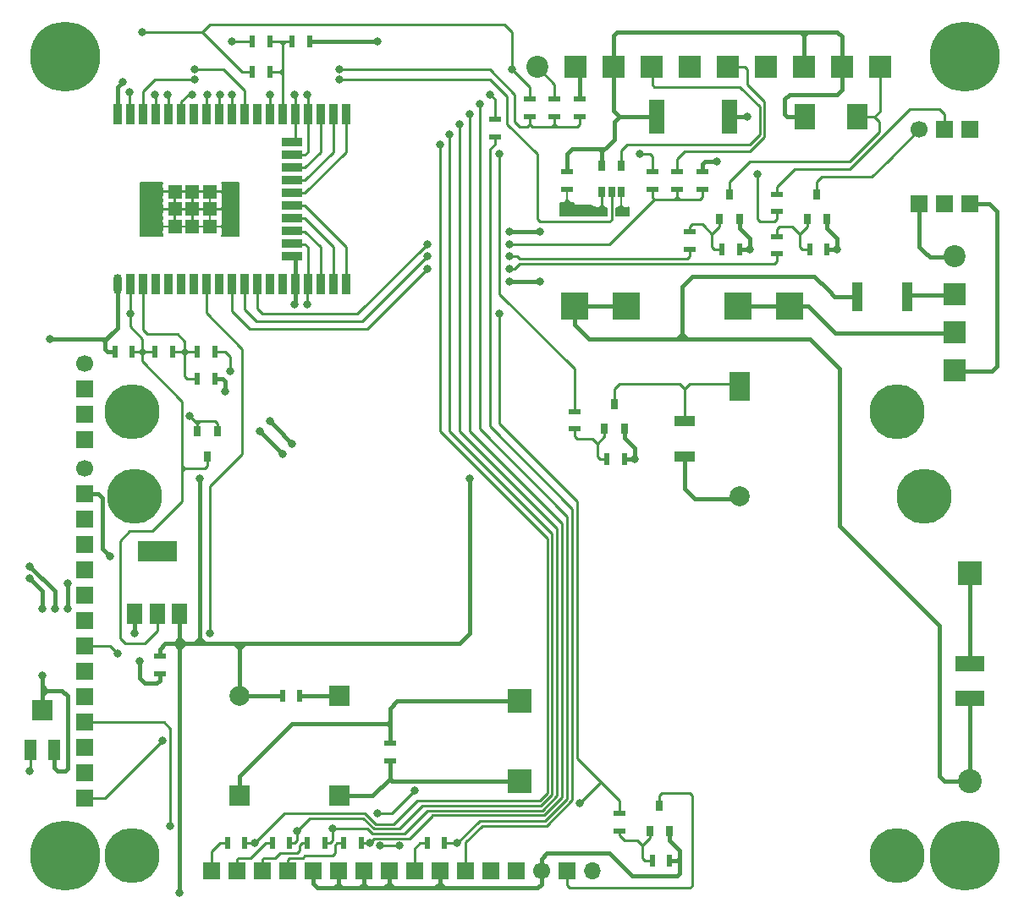
<source format=gbr>
G04 #@! TF.GenerationSoftware,KiCad,Pcbnew,(5.1.2-1)-1*
G04 #@! TF.CreationDate,2021-05-08T22:39:51+03:00*
G04 #@! TF.ProjectId,UAK_3,55414b5f-332e-46b6-9963-61645f706362,rev?*
G04 #@! TF.SameCoordinates,Original*
G04 #@! TF.FileFunction,Copper,L1,Top*
G04 #@! TF.FilePolarity,Positive*
%FSLAX46Y46*%
G04 Gerber Fmt 4.6, Leading zero omitted, Abs format (unit mm)*
G04 Created by KiCad (PCBNEW (5.1.2-1)-1) date 2021-05-08 22:39:51*
%MOMM*%
%LPD*%
G04 APERTURE LIST*
%ADD10R,2.000000X1.000000*%
%ADD11R,0.800000X1.000000*%
%ADD12R,2.000000X2.500000*%
%ADD13R,1.300000X2.000000*%
%ADD14R,2.000000X2.000000*%
%ADD15R,1.000000X3.000000*%
%ADD16R,1.500000X2.000000*%
%ADD17R,4.000000X2.000000*%
%ADD18R,0.700000X1.100000*%
%ADD19R,3.000000X1.500000*%
%ADD20R,0.500000X1.250000*%
%ADD21R,1.250000X0.500000*%
%ADD22R,1.500000X3.500000*%
%ADD23O,0.900000X2.000000*%
%ADD24R,0.900000X2.000000*%
%ADD25R,1.350000X1.350000*%
%ADD26R,2.000000X0.900000*%
%ADD27R,2.200000X2.200000*%
%ADD28C,2.200000*%
%ADD29R,2.000000X3.000000*%
%ADD30C,2.000000*%
%ADD31R,1.700000X1.700000*%
%ADD32C,1.700000*%
%ADD33C,5.500000*%
%ADD34O,1.700000X1.700000*%
%ADD35R,2.800000X2.800000*%
%ADD36R,2.400000X2.400000*%
%ADD37C,2.400000*%
%ADD38C,7.000000*%
%ADD39C,0.800000*%
%ADD40C,0.250000*%
%ADD41C,0.450000*%
%ADD42C,0.200000*%
G04 APERTURE END LIST*
D10*
X67000000Y45000000D03*
X67000000Y48500000D03*
D11*
X59000000Y47750000D03*
X61000000Y47750000D03*
X60000000Y50250000D03*
X70500000Y68750000D03*
X72500000Y68750000D03*
X71500000Y71250000D03*
X63500000Y7500000D03*
X65500000Y7500000D03*
X64500000Y10000000D03*
X79250000Y68750000D03*
X81250000Y68750000D03*
X80250000Y71250000D03*
X20250000Y47500000D03*
X18250000Y47500000D03*
X19250000Y45000000D03*
D12*
X84250000Y79000000D03*
X79000000Y79000000D03*
D13*
X3900000Y15600000D03*
X1600000Y15600000D03*
D14*
X2750000Y19600000D03*
D15*
X89250000Y61000000D03*
X84250000Y61000000D03*
D16*
X16500000Y29250000D03*
X12000000Y29250000D03*
X14250000Y29250000D03*
D17*
X14250000Y35500000D03*
D18*
X58750000Y71500000D03*
X59700000Y71500000D03*
X60650000Y71500000D03*
X60650000Y74100000D03*
X58750000Y74100000D03*
D19*
X95500000Y20750000D03*
X95500000Y24250000D03*
D20*
X28500000Y21000000D03*
X26750000Y21000000D03*
X10000000Y55500000D03*
X11750000Y55500000D03*
D21*
X37500000Y14500000D03*
X37500000Y16250000D03*
X14500000Y23250000D03*
X14500000Y25000000D03*
X68750000Y71750000D03*
X68750000Y73500000D03*
X56500000Y79000000D03*
X56500000Y80750000D03*
D20*
X29500000Y86500000D03*
X27750000Y86500000D03*
X20000000Y52750000D03*
X18250000Y52750000D03*
D21*
X55250000Y71750000D03*
X55250000Y73500000D03*
D22*
X64250000Y79000000D03*
X71500000Y79000000D03*
D23*
X10250000Y62250000D03*
D24*
X10250000Y79250000D03*
X11520000Y62250000D03*
X11520000Y79250000D03*
X12790000Y62250000D03*
X12790000Y79250000D03*
X14060000Y62250000D03*
X14060000Y79250000D03*
X15330000Y62250000D03*
X15330000Y79250000D03*
X16600000Y62250000D03*
X16600000Y79250000D03*
X17870000Y62250000D03*
X17870000Y79250000D03*
X19140000Y62250000D03*
X19140000Y79250000D03*
X20410000Y62250000D03*
X20410000Y79250000D03*
X21680000Y62250000D03*
X21680000Y79250000D03*
X22950000Y62250000D03*
X22950000Y79250000D03*
X24220000Y62250000D03*
X24220000Y79250000D03*
X25490000Y62250000D03*
X25490000Y79250000D03*
X26760000Y62250000D03*
D25*
X17750000Y69750000D03*
X16000000Y69750000D03*
X19500000Y69750000D03*
X19500000Y71500000D03*
X16000000Y71500000D03*
X17750000Y71500000D03*
X19500000Y68000000D03*
X16000000Y68000000D03*
X17750000Y68000000D03*
D24*
X26760000Y79250000D03*
X28030000Y62250000D03*
X28030000Y79250000D03*
X29300000Y62250000D03*
X29300000Y79250000D03*
X30570000Y62250000D03*
X30570000Y79250000D03*
X31840000Y62250000D03*
X31840000Y79250000D03*
X33110000Y62250000D03*
X33110000Y79250000D03*
D26*
X27750000Y76430000D03*
X27750000Y75160000D03*
X27750000Y73890000D03*
X27750000Y65000000D03*
X27750000Y72620000D03*
X27750000Y71350000D03*
X27750000Y70080000D03*
X27750000Y66270000D03*
X27750000Y68810000D03*
X27750000Y67540000D03*
D20*
X23000000Y6250000D03*
X21250000Y6250000D03*
X27500000Y6250000D03*
X25750000Y6250000D03*
X31000000Y6250000D03*
X29250000Y6250000D03*
D21*
X76250000Y69500000D03*
X76250000Y71250000D03*
D20*
X81250000Y65750000D03*
X79500000Y65750000D03*
D21*
X76250000Y65250000D03*
X76250000Y67000000D03*
D20*
X34625000Y6250000D03*
X32875000Y6250000D03*
X43000000Y6250000D03*
X41250000Y6250000D03*
D21*
X48000000Y78750000D03*
X48000000Y77000000D03*
D20*
X25500000Y86500000D03*
X23750000Y86500000D03*
X18250000Y55500000D03*
X20000000Y55500000D03*
D21*
X66250000Y71750000D03*
X66250000Y73500000D03*
X54000000Y79000000D03*
X54000000Y80750000D03*
D20*
X25500000Y83500000D03*
X23750000Y83500000D03*
D21*
X63750000Y71750000D03*
X63750000Y73500000D03*
X51500000Y79000000D03*
X51500000Y80750000D03*
D20*
X15750000Y55500000D03*
X14000000Y55500000D03*
X61000000Y44750000D03*
X59250000Y44750000D03*
X72500000Y65750000D03*
X70750000Y65750000D03*
X65500000Y4500000D03*
X63750000Y4500000D03*
D21*
X56000000Y49500000D03*
X56000000Y47750000D03*
X67500000Y65750000D03*
X67500000Y67500000D03*
X60500000Y9250000D03*
X60500000Y7500000D03*
D27*
X86540000Y84000000D03*
X82730000Y84000000D03*
X78920000Y84000000D03*
X75110000Y84000000D03*
X71300000Y84000000D03*
X67490000Y84000000D03*
X63680000Y84000000D03*
X59870000Y84000000D03*
X56060000Y84000000D03*
D28*
X52250000Y84000000D03*
D27*
X94000000Y53570000D03*
X94000000Y57380000D03*
X94000000Y61190000D03*
D28*
X94000000Y65000000D03*
D29*
X72500000Y52000000D03*
D30*
X72500000Y41000000D03*
D31*
X7000000Y10730000D03*
X7000000Y13270000D03*
X7000000Y15810000D03*
X7000000Y18350000D03*
X7000000Y20890000D03*
X7000000Y23430000D03*
X7000000Y25970000D03*
X7000000Y28510000D03*
X7000000Y31050000D03*
X7000000Y33590000D03*
X7000000Y36130000D03*
X7000000Y38670000D03*
X7000000Y41210000D03*
D32*
X7000000Y43750000D03*
D33*
X11750000Y49500000D03*
X88250000Y5000000D03*
X11750000Y5000000D03*
X88250000Y49500000D03*
D31*
X7000000Y46630000D03*
X7000000Y49170000D03*
X7000000Y51710000D03*
D32*
X7000000Y54250000D03*
D34*
X57750000Y3500000D03*
D31*
X55210000Y3500000D03*
D32*
X52670000Y3500000D03*
D31*
X50130000Y3500000D03*
X47590000Y3500000D03*
X45050000Y3500000D03*
X42510000Y3500000D03*
X39970000Y3500000D03*
X37430000Y3500000D03*
X34890000Y3500000D03*
X32350000Y3500000D03*
X29810000Y3500000D03*
X27270000Y3500000D03*
X24730000Y3500000D03*
X22190000Y3500000D03*
X19650000Y3500000D03*
D33*
X11950000Y41000000D03*
X90950000Y41000000D03*
D35*
X72300000Y60000000D03*
X77500000Y60000000D03*
X61200000Y60000000D03*
X56000000Y60000000D03*
D36*
X50500000Y20500000D03*
X50500000Y12500000D03*
X95500000Y33300000D03*
D37*
X95500000Y12500000D03*
D32*
X90500000Y77750000D03*
D31*
X93000000Y77750000D03*
X95500000Y77750000D03*
X95500000Y70250000D03*
X93000000Y70250000D03*
X90500000Y70250000D03*
D38*
X5000000Y5000000D03*
X95000000Y85000000D03*
X95000000Y5000000D03*
X5000000Y85000000D03*
D30*
X22500000Y21000000D03*
D14*
X32500000Y21000000D03*
X32500000Y11000000D03*
X22500000Y11000000D03*
D39*
X15250000Y81250000D03*
X14000000Y81250000D03*
X62500000Y75250000D03*
X12750000Y87500000D03*
X11520000Y59270000D03*
X49750000Y83750000D03*
X74250000Y73250000D03*
X21500000Y53500000D03*
X21750000Y86500000D03*
X41250000Y65000000D03*
X49500000Y65000000D03*
X18000000Y83750000D03*
X32500000Y83750000D03*
X17750000Y81250000D03*
X48500000Y75250000D03*
X42500000Y76250000D03*
X19250000Y81250000D03*
X24000000Y6250000D03*
X44500000Y78250000D03*
X21750000Y81250000D03*
X31750000Y7750000D03*
X46500000Y80250000D03*
X28000000Y81250000D03*
X15500000Y8000000D03*
X44250000Y6250000D03*
X47500000Y81250000D03*
X29250000Y81250000D03*
X45500000Y79250000D03*
X25500000Y81250000D03*
X35500000Y6250000D03*
X43500000Y77250000D03*
X20500000Y81250000D03*
X28250000Y7500000D03*
X48500000Y59250000D03*
X29250000Y60250000D03*
X10250000Y25250000D03*
X36250000Y9250000D03*
X40000000Y11500000D03*
X56500000Y10250000D03*
X18500000Y42750000D03*
X16500000Y1250000D03*
X45500000Y42750000D03*
X41250000Y66250000D03*
X49500000Y66250000D03*
X18000000Y82750000D03*
X32500000Y82750000D03*
X41250000Y63750000D03*
X49500000Y63750000D03*
X62000000Y44750000D03*
X73500000Y65750000D03*
X2750000Y23000000D03*
X12000000Y27250000D03*
X13000000Y72000000D03*
X13000000Y67500000D03*
X13000000Y69750000D03*
X22000000Y72000000D03*
X22000000Y69750000D03*
X22000000Y67500000D03*
X28000000Y60250000D03*
X21000000Y51500000D03*
X36250000Y86500000D03*
X82250000Y65750000D03*
X55250000Y69500000D03*
X60750000Y69500000D03*
X10750000Y82500000D03*
X73250000Y79000000D03*
X12500000Y24500000D03*
X3500000Y56750000D03*
X9500000Y35000000D03*
X1500000Y32750000D03*
X1500000Y34000000D03*
X4000000Y29750000D03*
X2750000Y29750000D03*
X5250000Y29750000D03*
X5250000Y32250000D03*
X25500000Y48500000D03*
X24500000Y47500000D03*
X49500000Y67500000D03*
X49500000Y62500000D03*
X52500000Y62500000D03*
X52500000Y67500000D03*
X70250000Y74500000D03*
X27750000Y46250000D03*
X26750000Y45250000D03*
X11500000Y81500000D03*
X19500000Y27250000D03*
X14750000Y16500000D03*
X36500000Y6000000D03*
X38500000Y6000000D03*
X1500000Y13500000D03*
X17500000Y49000000D03*
D40*
X30570000Y62250000D02*
X30570000Y65930000D01*
X30570000Y65930000D02*
X29000000Y67500000D01*
X29000000Y67500000D02*
X27750000Y67500000D01*
X31840000Y65970000D02*
X31840000Y64840000D01*
X29000000Y68810000D02*
X31840000Y65970000D01*
X27750000Y68810000D02*
X29000000Y68810000D01*
X31840000Y64840000D02*
X31840000Y65910000D01*
X31840000Y62250000D02*
X31840000Y64840000D01*
X27750000Y70080000D02*
X29000000Y70080000D01*
X29000000Y70080000D02*
X33110000Y65970000D01*
X33110000Y65970000D02*
X33110000Y65890000D01*
X33110000Y62250000D02*
X33110000Y65890000D01*
X29000000Y71350000D02*
X33110000Y75460000D01*
X27750000Y71350000D02*
X29000000Y71350000D01*
X33110000Y75460000D02*
X33110000Y76610000D01*
X33110000Y79250000D02*
X33110000Y76610000D01*
X31840000Y75460000D02*
X31840000Y76160000D01*
X27750000Y72620000D02*
X29000000Y72620000D01*
X29000000Y72620000D02*
X31840000Y75460000D01*
X31840000Y79250000D02*
X31840000Y76160000D01*
X29000000Y73890000D02*
X30570000Y75460000D01*
X27750000Y73890000D02*
X29000000Y73890000D01*
X30570000Y75460000D02*
X30570000Y76430000D01*
X30570000Y79250000D02*
X30570000Y76430000D01*
D41*
X95500000Y31650000D02*
X95500000Y24250000D01*
X95500000Y33300000D02*
X95500000Y31650000D01*
X98250000Y61250000D02*
X98250000Y69500000D01*
X98250000Y62000000D02*
X98250000Y61250000D01*
X97500000Y70250000D02*
X95500000Y70250000D01*
X98250000Y69500000D02*
X97500000Y70250000D01*
X97750000Y53500000D02*
X98250000Y54000000D01*
X94500000Y53500000D02*
X97750000Y53500000D01*
X98250000Y61250000D02*
X98250000Y54000000D01*
X74150000Y60000000D02*
X77500000Y60000000D01*
X72300000Y60000000D02*
X74150000Y60000000D01*
X77500000Y60000000D02*
X79350000Y60000000D01*
X94500000Y57310000D02*
X82040000Y57310000D01*
X82040000Y57310000D02*
X81550000Y57800000D01*
X79350000Y60000000D02*
X81550000Y57800000D01*
D40*
X26500000Y86500000D02*
X25750000Y86500000D01*
X26760000Y86240000D02*
X26500000Y86500000D01*
X27020000Y86500000D02*
X26760000Y86240000D01*
X27750000Y86500000D02*
X27020000Y86500000D01*
X26500000Y86500000D02*
X27020000Y86500000D01*
X26520000Y83500000D02*
X26760000Y83740000D01*
X25500000Y83500000D02*
X26520000Y83500000D01*
X26760000Y83740000D02*
X26760000Y86240000D01*
X26760000Y83260000D02*
X26520000Y83500000D01*
X26760000Y83240000D02*
X26760000Y83260000D01*
X26760000Y83240000D02*
X26760000Y83740000D01*
X26760000Y79250000D02*
X26760000Y83240000D01*
X15330000Y81170000D02*
X15250000Y81250000D01*
X15330000Y79250000D02*
X15330000Y81170000D01*
X14060000Y81190000D02*
X14000000Y81250000D01*
X14060000Y79250000D02*
X14060000Y81190000D01*
X12790000Y62250000D02*
X12790000Y57710000D01*
X12790000Y57710000D02*
X13250000Y57250000D01*
X13250000Y57250000D02*
X16250000Y57250000D01*
X16250000Y57250000D02*
X17000000Y56500000D01*
X17000000Y55750000D02*
X16750000Y55500000D01*
X17000000Y56500000D02*
X17000000Y55750000D01*
X15750000Y55500000D02*
X16750000Y55500000D01*
X17250000Y55500000D02*
X17000000Y55750000D01*
X17250000Y55500000D02*
X18250000Y55500000D01*
X17000000Y55500000D02*
X17250000Y55500000D01*
X16750000Y55500000D02*
X17000000Y55500000D01*
X17250000Y52750000D02*
X18250000Y52750000D01*
X17000000Y53000000D02*
X17250000Y52750000D01*
X17000000Y55250000D02*
X16750000Y55500000D01*
X17000000Y55000000D02*
X17000000Y55250000D01*
X17000000Y55000000D02*
X17000000Y53000000D01*
X17000000Y55500000D02*
X17000000Y55000000D01*
X17000000Y55250000D02*
X17250000Y55500000D01*
X12750000Y55750000D02*
X12500000Y55500000D01*
X12500000Y55500000D02*
X11750000Y55500000D01*
X12500000Y55500000D02*
X12750000Y55250000D01*
X13000000Y55500000D02*
X12750000Y55750000D01*
X14000000Y55500000D02*
X13000000Y55500000D01*
X12750000Y55500000D02*
X12875000Y55375000D01*
X12750000Y55750000D02*
X12750000Y55500000D01*
X12750000Y55250000D02*
X12875000Y55375000D01*
X12875000Y55375000D02*
X13000000Y55500000D01*
X23750000Y83500000D02*
X22750000Y83500000D01*
X22750000Y83500000D02*
X18750000Y87500000D01*
X18750000Y87500000D02*
X19500000Y88250000D01*
X16750000Y42250000D02*
X16750000Y42500000D01*
X12750000Y54500000D02*
X12750000Y55250000D01*
X16750000Y50500000D02*
X12750000Y54500000D01*
X19250000Y45000000D02*
X19250000Y44000000D01*
X19250000Y44000000D02*
X19000000Y43750000D01*
X17000000Y43750000D02*
X16750000Y44000000D01*
X19000000Y43750000D02*
X17000000Y43750000D01*
X16750000Y44000000D02*
X16750000Y50500000D01*
X16750000Y43500000D02*
X17000000Y43750000D01*
X16750000Y43250000D02*
X16750000Y43500000D01*
X16750000Y43250000D02*
X16750000Y44000000D01*
X16750000Y42250000D02*
X16750000Y43250000D01*
X13750000Y37500000D02*
X16750000Y40500000D01*
X11500000Y37500000D02*
X13750000Y37500000D01*
X16750000Y40500000D02*
X16750000Y42250000D01*
X14250000Y27500000D02*
X13000000Y26250000D01*
X14250000Y29250000D02*
X14250000Y27500000D01*
X13000000Y26250000D02*
X11000000Y26250000D01*
X11000000Y26250000D02*
X10500000Y26750000D01*
X10500000Y26750000D02*
X10500000Y36500000D01*
X10500000Y36500000D02*
X11500000Y37500000D01*
X13250000Y87500000D02*
X18750000Y87500000D01*
X12750000Y87500000D02*
X13250000Y87500000D01*
X11520000Y62250000D02*
X11520000Y59270000D01*
X12750000Y56750000D02*
X12750000Y55750000D01*
X11520000Y57980000D02*
X12750000Y56750000D01*
X11520000Y59270000D02*
X11520000Y57980000D01*
X63500000Y75250000D02*
X62500000Y75250000D01*
X63750000Y73500000D02*
X63750000Y75000000D01*
X63750000Y75000000D02*
X63500000Y75250000D01*
X51500000Y82000000D02*
X49750000Y83750000D01*
X51500000Y80750000D02*
X51500000Y82000000D01*
X49750000Y87500000D02*
X49000000Y88250000D01*
X49750000Y83750000D02*
X49750000Y87500000D01*
X19500000Y88250000D02*
X49000000Y88250000D01*
X76000000Y68500000D02*
X76250000Y68750000D01*
X74250000Y68750000D02*
X74500000Y68500000D01*
X76250000Y68750000D02*
X76250000Y69500000D01*
X74500000Y68500000D02*
X76000000Y68500000D01*
X74250000Y73250000D02*
X74250000Y68750000D01*
X20000000Y55500000D02*
X21000000Y55500000D01*
X21500000Y55000000D02*
X21500000Y53500000D01*
X21000000Y55500000D02*
X21500000Y55000000D01*
X23750000Y86500000D02*
X21750000Y86500000D01*
X22950000Y59700000D02*
X22950000Y62250000D01*
X24150000Y58500000D02*
X22950000Y59700000D01*
X34750000Y58500000D02*
X24150000Y58500000D01*
X41250000Y65000000D02*
X34750000Y58500000D01*
X67250000Y64750000D02*
X50500000Y64750000D01*
X67500000Y65000000D02*
X67250000Y64750000D01*
X67500000Y65750000D02*
X67500000Y65000000D01*
X50500000Y64750000D02*
X50250000Y65000000D01*
X49500000Y65000000D02*
X50250000Y65000000D01*
X51500000Y79000000D02*
X51500000Y78250000D01*
X51500000Y78250000D02*
X51750000Y78000000D01*
X54000000Y78250000D02*
X54000000Y79000000D01*
X53750000Y78000000D02*
X54000000Y78250000D01*
X56500000Y78250000D02*
X56500000Y79000000D01*
X56250000Y78000000D02*
X56500000Y78250000D01*
X54000000Y78250000D02*
X54250000Y78000000D01*
X54250000Y78000000D02*
X56250000Y78000000D01*
X53500000Y78000000D02*
X54250000Y78000000D01*
X53500000Y78000000D02*
X53750000Y78000000D01*
X51750000Y78000000D02*
X53500000Y78000000D01*
X51250000Y78000000D02*
X51500000Y78250000D01*
X50750000Y78000000D02*
X50500000Y78000000D01*
X50750000Y78000000D02*
X51250000Y78000000D01*
X50500000Y78000000D02*
X50000000Y78500000D01*
X18565685Y83750000D02*
X18000000Y83750000D01*
X20850000Y83750000D02*
X18565685Y83750000D01*
X22950000Y81650000D02*
X20850000Y83750000D01*
X22950000Y79250000D02*
X22950000Y81650000D01*
X50000000Y78500000D02*
X50000000Y80000000D01*
X50000000Y80000000D02*
X50000000Y80250000D01*
X47500000Y83750000D02*
X47000000Y83750000D01*
X50000000Y80000000D02*
X50000000Y81250000D01*
X50000000Y81250000D02*
X47500000Y83750000D01*
X32500000Y83750000D02*
X47000000Y83750000D01*
X17350000Y81250000D02*
X17750000Y81250000D01*
X16600000Y79250000D02*
X16600000Y80500000D01*
X16600000Y80500000D02*
X17350000Y81250000D01*
X48500000Y61250000D02*
X48500000Y75250000D01*
X56000000Y49500000D02*
X56000000Y53750000D01*
X56000000Y53750000D02*
X48500000Y61250000D01*
X19140000Y79250000D02*
X19140000Y81140000D01*
X19140000Y81140000D02*
X19250000Y81250000D01*
X23000000Y6250000D02*
X24250000Y6250000D01*
X36100010Y8149990D02*
X35000000Y9250000D01*
X37899990Y8149990D02*
X36100010Y8149990D01*
X42500000Y76250000D02*
X42500000Y47500000D01*
X42500000Y47500000D02*
X53250000Y36750000D01*
X53250000Y36750000D02*
X53250000Y11250000D01*
X53250000Y11250000D02*
X52500000Y10500000D01*
X52500000Y10500000D02*
X40250000Y10500000D01*
X40250000Y10500000D02*
X37899990Y8149990D01*
X27000000Y9250000D02*
X24000000Y6250000D01*
X29500000Y9250000D02*
X27000000Y9250000D01*
X29500000Y9250000D02*
X27250000Y9250000D01*
X35000000Y9250000D02*
X29500000Y9250000D01*
X24000000Y6250000D02*
X23000000Y6250000D01*
X21680000Y79250000D02*
X21680000Y81180000D01*
X21680000Y81180000D02*
X21750000Y81250000D01*
X44500000Y47500000D02*
X44500000Y77000000D01*
X54250000Y37750000D02*
X44500000Y47500000D01*
X54250000Y10977180D02*
X54250000Y37750000D01*
X44500000Y77000000D02*
X44500000Y78250000D01*
X35727208Y7249972D02*
X38999972Y7249972D01*
X38999972Y7249972D02*
X41250000Y9500000D01*
X41250000Y9500000D02*
X52772820Y9500000D01*
X52772820Y9500000D02*
X54250000Y10977180D01*
X35477180Y7500000D02*
X35488590Y7488590D01*
X35488590Y7488590D02*
X35727208Y7249972D01*
X31000000Y6250000D02*
X31500000Y6250000D01*
X31500000Y6250000D02*
X31750000Y6500000D01*
X31750000Y6500000D02*
X31750000Y7250000D01*
X31750000Y7750000D02*
X31750000Y7250000D01*
X35227180Y7750000D02*
X35477180Y7500000D01*
X31750000Y7750000D02*
X35227180Y7750000D01*
X28030000Y79250000D02*
X28030000Y76780000D01*
X28030000Y76780000D02*
X27750000Y76500000D01*
X28030000Y79250000D02*
X28030000Y81220000D01*
X28030000Y81220000D02*
X28000000Y81250000D01*
X13350000Y18350000D02*
X7000000Y18350000D01*
X14900000Y18350000D02*
X13350000Y18350000D01*
X15500000Y17750000D02*
X14900000Y18350000D01*
X15500000Y8000000D02*
X15500000Y17750000D01*
X46500000Y78250000D02*
X46500000Y80250000D01*
X46500000Y47750000D02*
X46500000Y78250000D01*
X53045640Y8500000D02*
X55250000Y10704360D01*
X55250000Y10704360D02*
X55250000Y39000000D01*
X55250000Y39000000D02*
X46500000Y47750000D01*
X43000000Y6250000D02*
X44250000Y6250000D01*
X46500000Y8500000D02*
X44250000Y6250000D01*
X49000000Y8500000D02*
X46500000Y8500000D01*
X49000000Y8500000D02*
X53045640Y8500000D01*
X29000000Y75160000D02*
X29300000Y75460000D01*
X29300000Y75800000D02*
X29300000Y75550000D01*
X29300000Y75460000D02*
X29300000Y75800000D01*
X27750000Y75160000D02*
X29000000Y75160000D01*
X29300000Y79250000D02*
X29300000Y75800000D01*
X29300000Y79250000D02*
X29300000Y81200000D01*
X29300000Y81200000D02*
X29250000Y81250000D01*
X48000000Y80750000D02*
X47500000Y81250000D01*
X48000000Y78750000D02*
X48000000Y80750000D01*
X41500000Y8750000D02*
X41750000Y9000000D01*
X25490000Y79250000D02*
X25490000Y81240000D01*
X25490000Y81240000D02*
X25500000Y81250000D01*
X41799991Y9049991D02*
X41500000Y8750000D01*
X52959221Y9049991D02*
X41799991Y9049991D01*
X54750000Y10840770D02*
X52959221Y9049991D01*
X54750000Y38250000D02*
X54750000Y10840770D01*
X45500000Y79250000D02*
X45500000Y47500000D01*
X45500000Y47500000D02*
X54750000Y38250000D01*
X35975001Y6725001D02*
X35500000Y6250000D01*
X37225001Y6725001D02*
X35975001Y6725001D01*
X37225001Y6725001D02*
X36225001Y6725001D01*
X35500000Y6250000D02*
X35000000Y6250000D01*
X34500000Y6250000D02*
X35000000Y6250000D01*
X35000000Y6250000D02*
X35250000Y6250000D01*
X41250000Y8500000D02*
X41500000Y8750000D01*
X37225001Y6725001D02*
X39475001Y6725001D01*
X39475001Y6725001D02*
X41250000Y8500000D01*
X42750000Y10000000D02*
X41000000Y10000000D01*
X20410000Y79250000D02*
X20410000Y81160000D01*
X20410000Y81160000D02*
X20500000Y81250000D01*
X43500000Y76500000D02*
X43500000Y77250000D01*
X43500000Y47500000D02*
X43500000Y76500000D01*
X53750000Y37250000D02*
X43500000Y47500000D01*
X53750000Y11113590D02*
X53750000Y37250000D01*
X42750000Y10000000D02*
X52636410Y10000000D01*
X52636410Y10000000D02*
X53750000Y11113590D01*
X28000000Y6250000D02*
X27500000Y6250000D01*
X28250000Y6500000D02*
X28000000Y6250000D01*
X28250000Y7500000D02*
X28250000Y6500000D01*
X40750000Y10000000D02*
X38449981Y7699981D01*
X42750000Y10000000D02*
X40750000Y10000000D01*
X38449981Y7699981D02*
X35913610Y7699980D01*
X34863590Y8750000D02*
X29500000Y8750000D01*
X35913610Y7699980D02*
X34863590Y8750000D01*
X29500000Y8750000D02*
X28250000Y7500000D01*
X29300000Y62250000D02*
X29300000Y65950000D01*
X29300000Y65950000D02*
X29000000Y66250000D01*
X29000000Y66250000D02*
X27750000Y66250000D01*
X29250000Y62200000D02*
X29300000Y62250000D01*
X29250000Y60250000D02*
X29250000Y62200000D01*
X48500000Y48250000D02*
X48500000Y59250000D01*
X56250000Y40500000D02*
X48500000Y48250000D01*
X60500000Y9250000D02*
X60500000Y10500000D01*
X56250000Y15000000D02*
X56250000Y14750000D01*
X56250000Y15000000D02*
X56250000Y40500000D01*
X7000000Y25970000D02*
X9530000Y25970000D01*
X9530000Y25970000D02*
X10250000Y25250000D01*
X37750000Y9250000D02*
X40000000Y11500000D01*
X58500000Y12250000D02*
X58500000Y12500000D01*
X56500000Y10250000D02*
X58500000Y12250000D01*
X56250000Y14750000D02*
X58500000Y12500000D01*
X58750000Y12250000D02*
X58500000Y12250000D01*
X58750000Y12250000D02*
X60500000Y10500000D01*
X58500000Y12500000D02*
X58750000Y12250000D01*
X36250000Y9250000D02*
X37000000Y9250000D01*
X36500000Y9250000D02*
X37000000Y9250000D01*
X37000000Y9250000D02*
X37750000Y9250000D01*
D41*
X26750000Y21000000D02*
X22500000Y21000000D01*
X64250000Y79000000D02*
X63000000Y79000000D01*
X63000000Y79000000D02*
X62500000Y79000000D01*
X67000000Y45000000D02*
X67000000Y43750000D01*
X67000000Y43750000D02*
X67000000Y44000000D01*
X67000000Y42250000D02*
X67000000Y43750000D01*
X72500000Y40750000D02*
X68000000Y40750000D01*
X68000000Y40750000D02*
X67000000Y41750000D01*
X67000000Y41750000D02*
X67000000Y45000000D01*
X45500000Y27250000D02*
X45500000Y36750000D01*
X16500000Y26750000D02*
X16500000Y29250000D01*
X17000000Y26250000D02*
X16500000Y26750000D01*
X17000000Y26250000D02*
X16500000Y25750000D01*
X14500000Y25700000D02*
X15050000Y26250000D01*
X14500000Y25000000D02*
X14500000Y25700000D01*
X16000000Y26250000D02*
X16500000Y26750000D01*
X16000000Y26250000D02*
X17000000Y26250000D01*
X15050000Y26250000D02*
X16000000Y26250000D01*
X16000000Y26250000D02*
X16500000Y25750000D01*
X18500000Y26750000D02*
X18000000Y26250000D01*
X18000000Y26250000D02*
X17000000Y26250000D01*
X19000000Y26250000D02*
X18500000Y26750000D01*
X19000000Y26250000D02*
X18000000Y26250000D01*
X21750000Y26250000D02*
X19000000Y26250000D01*
X18500000Y32000000D02*
X18500000Y26750000D01*
X18506370Y32006370D02*
X18500000Y32000000D01*
X16500000Y3000000D02*
X16500000Y1250000D01*
X16500000Y3000000D02*
X16500000Y25750000D01*
X18500000Y42000000D02*
X18500000Y42750000D01*
X18500303Y41999697D02*
X18500000Y42000000D01*
X18500303Y41999697D02*
X18506370Y32006370D01*
X18500000Y42500000D02*
X18500303Y41999697D01*
X44500000Y26250000D02*
X45500000Y27250000D01*
X39750000Y26250000D02*
X44500000Y26250000D01*
X39750000Y26250000D02*
X41500000Y26250000D01*
X22500000Y25000000D02*
X22500000Y26000000D01*
X22500000Y25000000D02*
X22500000Y21000000D01*
X23750000Y26250000D02*
X39750000Y26250000D01*
X23250000Y26250000D02*
X23750000Y26250000D01*
X23000000Y26250000D02*
X22250000Y26250000D01*
X23000000Y26250000D02*
X22750000Y26250000D01*
X22500000Y25250000D02*
X22500000Y25750000D01*
X22000000Y26250000D02*
X21750000Y26250000D01*
X22250000Y26250000D02*
X22000000Y26250000D01*
X22500000Y25250000D02*
X22500000Y25000000D01*
X22500000Y25500000D02*
X22500000Y25250000D01*
X23000000Y26250000D02*
X22500000Y25750000D01*
X23750000Y26250000D02*
X23000000Y26250000D01*
X22500000Y25750000D02*
X22000000Y26250000D01*
X56750000Y75750000D02*
X57000000Y75750000D01*
X55250000Y75250000D02*
X55750000Y75750000D01*
X55250000Y73500000D02*
X55250000Y75250000D01*
X55750000Y75750000D02*
X57000000Y75750000D01*
X58750000Y74250000D02*
X58750000Y75500000D01*
X58500000Y75750000D02*
X58750000Y75500000D01*
X57000000Y75750000D02*
X58500000Y75750000D01*
X45500000Y36750000D02*
X45500000Y42750000D01*
X59870000Y84000000D02*
X59870000Y79630000D01*
X59870000Y79630000D02*
X60500000Y79000000D01*
X60500000Y79000000D02*
X64250000Y79000000D01*
X60500000Y79000000D02*
X60000000Y78500000D01*
X60000000Y78500000D02*
X60000000Y76750000D01*
X59125000Y75875000D02*
X60000000Y76750000D01*
X58500000Y75750000D02*
X59000000Y75750000D01*
X59000000Y75750000D02*
X59125000Y75875000D01*
X58750000Y75500000D02*
X59000000Y75750000D01*
X60250000Y87500000D02*
X62250000Y87500000D01*
X59870000Y87120000D02*
X60250000Y87500000D01*
X59870000Y84000000D02*
X59870000Y87120000D01*
X78920000Y86420000D02*
X78920000Y87080000D01*
X78920000Y84000000D02*
X78920000Y86420000D01*
X78920000Y86420000D02*
X78920000Y86920000D01*
X78920000Y86420000D02*
X78920000Y87170000D01*
X78500000Y87500000D02*
X79250000Y87500000D01*
X79250000Y87500000D02*
X78920000Y87170000D01*
X81250000Y87500000D02*
X79250000Y87500000D01*
X78000000Y87500000D02*
X78590000Y87500000D01*
X62250000Y87500000D02*
X78000000Y87500000D01*
X78590000Y87500000D02*
X78920000Y87170000D01*
X78000000Y87500000D02*
X78500000Y87500000D01*
X82730000Y87020000D02*
X82250000Y87500000D01*
X82730000Y84000000D02*
X82730000Y87020000D01*
X81250000Y87500000D02*
X82250000Y87500000D01*
X77000000Y79250000D02*
X77250000Y79000000D01*
X77500000Y81250000D02*
X77000000Y80750000D01*
X77250000Y79000000D02*
X79000000Y79000000D01*
X77000000Y80750000D02*
X77000000Y79250000D01*
X82250000Y81250000D02*
X77500000Y81250000D01*
X82730000Y81730000D02*
X82250000Y81250000D01*
X82730000Y84000000D02*
X82730000Y81730000D01*
D40*
X67000000Y50750000D02*
X67000000Y49250000D01*
X60000000Y50250000D02*
X60000000Y51500000D01*
X67000000Y48500000D02*
X67000000Y49250000D01*
X72500000Y52250000D02*
X67500000Y52250000D01*
X67500000Y52250000D02*
X67000000Y51750000D01*
X67000000Y51750000D02*
X67000000Y48500000D01*
X67000000Y51750000D02*
X66500000Y52250000D01*
X66500000Y52250000D02*
X64750000Y52250000D01*
X64750000Y52250000D02*
X60500000Y52250000D01*
X60500000Y52250000D02*
X60000000Y51750000D01*
X60000000Y51750000D02*
X60000000Y50250000D01*
X54000000Y80750000D02*
X54000000Y82250000D01*
X54000000Y82250000D02*
X52250000Y84000000D01*
X86540000Y84000000D02*
X86540000Y79540000D01*
X86000000Y79000000D02*
X84250000Y79000000D01*
X86540000Y79540000D02*
X86000000Y79000000D01*
X71500000Y72500000D02*
X71500000Y71250000D01*
X73500000Y74500000D02*
X71500000Y72500000D01*
X86000000Y79000000D02*
X86500000Y78500000D01*
X78500000Y74500000D02*
X83500000Y74500000D01*
X78500000Y74500000D02*
X73500000Y74500000D01*
X86500000Y77500000D02*
X86500000Y78500000D01*
X83500000Y74500000D02*
X86500000Y77500000D01*
X65750000Y70750000D02*
X66500000Y70750000D01*
X64000000Y70750000D02*
X65750000Y70750000D01*
X65750000Y70750000D02*
X66000000Y70750000D01*
X68750000Y71000000D02*
X68750000Y71750000D01*
X66250000Y71000000D02*
X66500000Y70750000D01*
X66500000Y70750000D02*
X68500000Y70750000D01*
X68500000Y70750000D02*
X68750000Y71000000D01*
X63750000Y71000000D02*
X64000000Y70750000D01*
X63750000Y71750000D02*
X63750000Y71000000D01*
X66000000Y70750000D02*
X66250000Y71000000D01*
X66250000Y71000000D02*
X66250000Y71750000D01*
X24220000Y62250000D02*
X24220000Y59780000D01*
X24220000Y59780000D02*
X24750000Y59250000D01*
X24750000Y59250000D02*
X34250000Y59250000D01*
X34250000Y59250000D02*
X41250000Y66250000D01*
X57000000Y66250000D02*
X58250000Y66250000D01*
X56250000Y66250000D02*
X59500000Y66250000D01*
X56250000Y66250000D02*
X57000000Y66250000D01*
X60250000Y67000000D02*
X64000000Y70750000D01*
X59500000Y66250000D02*
X60250000Y67000000D01*
X49500000Y66250000D02*
X56250000Y66250000D01*
X12790000Y81540000D02*
X12790000Y79250000D01*
X14000000Y82750000D02*
X12790000Y81540000D01*
X18000000Y82750000D02*
X14000000Y82750000D01*
X52250000Y68750000D02*
X52250000Y75250000D01*
X59700000Y71650000D02*
X59700000Y68700000D01*
X59500000Y68500000D02*
X52500000Y68500000D01*
X52500000Y68500000D02*
X52250000Y68750000D01*
X52250000Y75250000D02*
X49250000Y78250000D01*
X59700000Y68700000D02*
X59500000Y68500000D01*
X49250000Y81000000D02*
X47500000Y82750000D01*
X49250000Y79500000D02*
X49250000Y81000000D01*
X47500000Y82750000D02*
X32500000Y82750000D01*
X49250000Y79500000D02*
X49250000Y80000000D01*
X49250000Y78250000D02*
X49250000Y79500000D01*
X63750000Y82250000D02*
X63750000Y84000000D01*
X64000000Y82000000D02*
X63750000Y82250000D01*
X72500000Y82000000D02*
X64000000Y82000000D01*
X74500000Y80000000D02*
X72500000Y82000000D01*
X74500000Y77250000D02*
X74500000Y80000000D01*
X60650000Y74250000D02*
X60650000Y75650000D01*
X60650000Y75650000D02*
X61250000Y76250000D01*
X61250000Y76250000D02*
X73500000Y76250000D01*
X73500000Y76250000D02*
X74500000Y77250000D01*
X73250000Y83750000D02*
X73000000Y84000000D01*
X73250000Y82250000D02*
X73250000Y83750000D01*
X73500000Y75500000D02*
X75000000Y77000000D01*
X73000000Y84000000D02*
X71540000Y84000000D01*
X75000000Y80500000D02*
X73250000Y82250000D01*
X75000000Y77000000D02*
X75000000Y80500000D01*
X67000000Y75500000D02*
X73500000Y75500000D01*
X66250000Y74750000D02*
X67000000Y75500000D01*
X66250000Y73500000D02*
X66250000Y74750000D01*
X79250000Y68750000D02*
X79250000Y68000000D01*
X79250000Y68000000D02*
X78500000Y67250000D01*
X78500000Y67250000D02*
X78500000Y66000000D01*
X78750000Y65750000D02*
X79500000Y65750000D01*
X78500000Y66000000D02*
X78750000Y65750000D01*
X76250000Y67000000D02*
X76250000Y67750000D01*
X76250000Y67750000D02*
X76500000Y68000000D01*
X77750000Y68000000D02*
X78500000Y67250000D01*
X76500000Y68000000D02*
X77750000Y68000000D01*
X35250000Y57750000D02*
X36500000Y59000000D01*
X41250000Y63750000D02*
X36500000Y59000000D01*
X21680000Y59570000D02*
X23500000Y57750000D01*
X21680000Y62250000D02*
X21680000Y59570000D01*
X23500000Y57750000D02*
X35250000Y57750000D01*
X50000000Y63750000D02*
X50500000Y64250000D01*
X49500000Y63750000D02*
X50000000Y63750000D01*
X74250000Y64250000D02*
X75000000Y64250000D01*
X50500000Y64250000D02*
X74250000Y64250000D01*
X76250000Y65250000D02*
X76250000Y64500000D01*
X76000000Y64250000D02*
X75500000Y64250000D01*
X76250000Y64500000D02*
X76000000Y64250000D01*
X75500000Y64250000D02*
X74250000Y64250000D01*
D41*
X90500000Y70250000D02*
X90500000Y67000000D01*
X90500000Y67000000D02*
X90500000Y66000000D01*
X94500000Y64930000D02*
X92820000Y64930000D01*
X91570000Y64930000D02*
X91000000Y65500000D01*
X94500000Y64930000D02*
X91570000Y64930000D01*
X91000000Y65500000D02*
X91500000Y65000000D01*
X90500000Y66000000D02*
X91000000Y65500000D01*
D40*
X93000000Y79250000D02*
X93000000Y77750000D01*
X92500000Y79750000D02*
X93000000Y79250000D01*
X91500000Y79750000D02*
X92500000Y79750000D01*
X76250000Y72000000D02*
X76250000Y71250000D01*
X89500000Y79750000D02*
X90750000Y79750000D01*
X90750000Y79750000D02*
X91500000Y79750000D01*
X78000000Y73750000D02*
X77625000Y73375000D01*
X77625000Y73375000D02*
X76250000Y72000000D01*
X80250000Y73750000D02*
X83500000Y73750000D01*
X83500000Y73750000D02*
X85000000Y75250000D01*
X89500000Y79750000D02*
X85000000Y75250000D01*
X85000000Y75250000D02*
X84750000Y75000000D01*
X80250000Y73750000D02*
X78000000Y73750000D01*
X80250000Y72500000D02*
X80250000Y71250000D01*
X80750000Y73000000D02*
X80250000Y72500000D01*
X85750000Y73000000D02*
X87375000Y74625000D01*
X87375000Y74625000D02*
X87000000Y74250000D01*
X90500000Y77750000D02*
X87375000Y74625000D01*
X83750000Y73000000D02*
X85750000Y73000000D01*
X83750000Y73000000D02*
X80750000Y73000000D01*
D41*
X65500000Y7500000D02*
X65500000Y6550000D01*
X66500000Y5550000D02*
X66500000Y4750000D01*
X66500000Y4750000D02*
X66250000Y4500000D01*
X65500000Y6550000D02*
X66500000Y5550000D01*
X66250000Y4500000D02*
X65500000Y4500000D01*
X62000000Y45000000D02*
X62000000Y44750000D01*
X61000000Y47750000D02*
X61000000Y46800000D01*
X61750000Y44750000D02*
X61000000Y44750000D01*
X61000000Y46800000D02*
X62000000Y45800000D01*
X62000000Y45800000D02*
X62000000Y45000000D01*
X62000000Y45000000D02*
X61750000Y44750000D01*
X72500000Y67800000D02*
X73500000Y66800000D01*
X72500000Y68750000D02*
X72500000Y67800000D01*
X73500000Y66800000D02*
X73500000Y66000000D01*
X73250000Y65750000D02*
X72500000Y65750000D01*
X73500000Y66000000D02*
X73250000Y65750000D01*
X73500000Y66000000D02*
X73500000Y65750000D01*
X28500000Y21000000D02*
X32500000Y21000000D01*
X12000000Y29250000D02*
X12000000Y27250000D01*
X28030000Y62250000D02*
X28030000Y64720000D01*
X28030000Y64720000D02*
X27750000Y65000000D01*
X10250000Y62250000D02*
X10250000Y60250000D01*
X28030000Y60280000D02*
X28000000Y60250000D01*
X28030000Y62250000D02*
X28030000Y60280000D01*
X10250000Y59684315D02*
X10250000Y60250000D01*
X9000000Y56300000D02*
X9000000Y56578232D01*
X10000000Y55500000D02*
X9250000Y55500000D01*
X9000000Y55750000D02*
X9000000Y56300000D01*
X9250000Y55500000D02*
X9000000Y55750000D01*
X20000000Y52750000D02*
X20750000Y52750000D01*
X20750000Y52750000D02*
X21000000Y52500000D01*
X21000000Y52500000D02*
X21000000Y51500000D01*
X29500000Y86500000D02*
X36250000Y86500000D01*
X81250000Y67800000D02*
X82250000Y66800000D01*
X81250000Y68750000D02*
X81250000Y67800000D01*
X82250000Y66800000D02*
X82250000Y66000000D01*
X82000000Y65750000D02*
X81250000Y65750000D01*
X82250000Y66000000D02*
X82000000Y65750000D01*
X82250000Y66000000D02*
X82250000Y65750000D01*
X56540000Y80790000D02*
X56500000Y80750000D01*
X56540000Y84000000D02*
X56540000Y80790000D01*
X10250000Y79250000D02*
X10250000Y82000000D01*
X10250000Y82000000D02*
X10750000Y82500000D01*
X71500000Y79000000D02*
X73250000Y79000000D01*
X2750000Y22050000D02*
X2750000Y23000000D01*
X66500000Y4500000D02*
X66500000Y4750000D01*
X66500000Y3250000D02*
X66500000Y4500000D01*
X57500000Y5250000D02*
X57000000Y5250000D01*
X57000000Y5250000D02*
X59500000Y5250000D01*
X59500000Y5250000D02*
X61750000Y3000000D01*
X61750000Y3000000D02*
X66250000Y3000000D01*
X66250000Y3000000D02*
X66500000Y3250000D01*
X53217919Y5250000D02*
X53500000Y5250000D01*
X52670000Y4702081D02*
X53217919Y5250000D01*
X52670000Y3500000D02*
X52670000Y4702081D01*
X57000000Y5250000D02*
X53500000Y5250000D01*
X52670000Y2170000D02*
X52670000Y3500000D01*
X52250000Y1750000D02*
X52670000Y2170000D01*
X42960000Y1750000D02*
X43000000Y1750000D01*
X42510000Y2200000D02*
X42960000Y1750000D01*
X42510000Y3500000D02*
X42510000Y2200000D01*
X43000000Y1750000D02*
X52250000Y1750000D01*
X42060000Y1750000D02*
X42510000Y2200000D01*
X40000000Y1750000D02*
X42060000Y1750000D01*
X37880000Y1750000D02*
X38000000Y1750000D01*
X37430000Y2200000D02*
X37880000Y1750000D01*
X37430000Y3500000D02*
X37430000Y2200000D01*
X40000000Y1750000D02*
X38000000Y1750000D01*
X38000000Y1750000D02*
X36430000Y1750000D01*
X36980000Y1750000D02*
X37430000Y2200000D01*
X35250000Y1750000D02*
X35530000Y1750000D01*
X34890000Y2110000D02*
X35250000Y1750000D01*
X34890000Y3500000D02*
X34890000Y2110000D01*
X34530000Y1750000D02*
X34890000Y2110000D01*
X32750000Y1750000D02*
X33000000Y1750000D01*
X32250000Y1750000D02*
X32750000Y1750000D01*
X32350000Y2150000D02*
X32750000Y1750000D01*
X32350000Y3500000D02*
X32350000Y2150000D01*
X31950000Y1750000D02*
X32350000Y2150000D01*
X29810000Y2190000D02*
X30250000Y1750000D01*
X29810000Y3500000D02*
X29810000Y2190000D01*
X31250000Y1750000D02*
X32750000Y1750000D01*
X31250000Y1750000D02*
X31950000Y1750000D01*
X30250000Y1750000D02*
X31250000Y1750000D01*
X34250000Y1750000D02*
X35750000Y1750000D01*
X35750000Y1750000D02*
X36980000Y1750000D01*
X35250000Y1750000D02*
X35750000Y1750000D01*
X34250000Y1750000D02*
X34530000Y1750000D01*
X32750000Y1750000D02*
X34250000Y1750000D01*
X42060000Y1750000D02*
X42960000Y1750000D01*
X2750000Y22050000D02*
X2750000Y20500000D01*
X2750000Y19100000D02*
X2750000Y20500000D01*
X2750000Y22000000D02*
X3200000Y21550000D01*
X2750000Y22050000D02*
X2750000Y22000000D01*
X2750000Y21100000D02*
X3200000Y21550000D01*
X2750000Y20500000D02*
X2750000Y21100000D01*
X14500000Y22550000D02*
X14200000Y22250000D01*
X14500000Y23250000D02*
X14500000Y22550000D01*
X8500000Y56750000D02*
X8921768Y56750000D01*
X9210884Y56789116D02*
X10250000Y57828232D01*
X9000000Y56578232D02*
X9210884Y56789116D01*
X9171768Y56750000D02*
X8921768Y56750000D01*
X10250000Y57828232D02*
X9171768Y56750000D01*
X10250000Y59250000D02*
X10250000Y57828232D01*
X10250000Y59250000D02*
X10250000Y59684315D01*
X9000000Y56500000D02*
X8750000Y56750000D01*
X9000000Y56300000D02*
X9000000Y56500000D01*
X8750000Y56750000D02*
X8921768Y56750000D01*
X3500000Y56750000D02*
X8750000Y56750000D01*
X12500000Y23500000D02*
X12500000Y24500000D01*
X12500000Y22750000D02*
X12500000Y23500000D01*
X13000000Y22250000D02*
X12500000Y22750000D01*
X13750000Y22250000D02*
X13000000Y22250000D01*
X14200000Y22250000D02*
X13750000Y22250000D01*
X8724999Y35775001D02*
X9500000Y35000000D01*
X8724999Y40785001D02*
X8724999Y35775001D01*
X8300000Y41210000D02*
X8724999Y40785001D01*
X7000000Y41210000D02*
X8300000Y41210000D01*
X2750000Y31500000D02*
X1500000Y32750000D01*
X2750000Y29750000D02*
X2750000Y31500000D01*
X4000000Y31500000D02*
X1500000Y34000000D01*
X4000000Y29750000D02*
X4000000Y31500000D01*
X5250000Y29750000D02*
X5250000Y32250000D01*
X49500000Y67500000D02*
X52500000Y67500000D01*
X52500000Y62500000D02*
X49500000Y62500000D01*
X69000000Y74500000D02*
X68750000Y74250000D01*
X70250000Y74500000D02*
X69000000Y74500000D01*
X68750000Y74250000D02*
X68750000Y73500000D01*
X26000000Y48000000D02*
X25500000Y48500000D01*
X27750000Y46250000D02*
X26000000Y48000000D01*
X25000000Y47000000D02*
X24500000Y47500000D01*
X26750000Y45250000D02*
X25000000Y47000000D01*
X2750000Y19600000D02*
X2750000Y21100000D01*
X4700000Y21550000D02*
X3200000Y21550000D01*
X3900000Y13850000D02*
X4250000Y13500000D01*
X3900000Y15600000D02*
X3900000Y13850000D01*
X5250000Y13750000D02*
X5000000Y13500000D01*
X5250000Y21000000D02*
X5250000Y13750000D01*
X4250000Y13500000D02*
X5000000Y13500000D01*
X5250000Y21000000D02*
X4700000Y21550000D01*
X37500000Y19750000D02*
X38250000Y20500000D01*
X22500000Y13000000D02*
X22500000Y11000000D01*
X37250000Y18250000D02*
X37500000Y18000000D01*
X27750000Y18250000D02*
X37250000Y18250000D01*
X22500000Y13000000D02*
X27750000Y18250000D01*
X37500000Y16250000D02*
X37500000Y18000000D01*
X37500000Y18500000D02*
X37250000Y18250000D01*
X37500000Y19000000D02*
X37500000Y18500000D01*
X37500000Y19000000D02*
X37500000Y19750000D01*
X37500000Y18000000D02*
X37500000Y19000000D01*
X50500000Y20500000D02*
X39500000Y20500000D01*
X38250000Y20500000D02*
X39500000Y20500000D01*
X39500000Y20500000D02*
X39750000Y20500000D01*
X95500000Y19550000D02*
X95500000Y12500000D01*
X95500000Y20750000D02*
X95500000Y19550000D01*
X57850000Y60000000D02*
X61200000Y60000000D01*
X56000000Y60000000D02*
X57850000Y60000000D01*
X56000000Y58150000D02*
X56000000Y60000000D01*
X57400000Y56750000D02*
X56000000Y58150000D01*
X66250000Y56750000D02*
X66750000Y57250000D01*
X65500000Y56750000D02*
X66250000Y56750000D01*
X66750000Y56750000D02*
X66750000Y57250000D01*
X65500000Y56750000D02*
X57400000Y56750000D01*
X66750000Y56750000D02*
X65500000Y56750000D01*
X67250000Y56750000D02*
X66750000Y57250000D01*
X67750000Y56750000D02*
X67250000Y56750000D01*
X67750000Y56750000D02*
X66750000Y56750000D01*
X93000000Y12500000D02*
X95500000Y12500000D01*
X67750000Y56750000D02*
X79500000Y56750000D01*
X79500000Y56750000D02*
X82500000Y53750000D01*
X82500000Y53750000D02*
X82500000Y38000000D01*
X82500000Y38000000D02*
X92500000Y28000000D01*
X92500000Y28000000D02*
X92500000Y13000000D01*
X92500000Y13000000D02*
X93000000Y12500000D01*
X66750000Y62000000D02*
X66750000Y57250000D01*
X67750000Y63000000D02*
X66750000Y62000000D01*
X80000000Y63000000D02*
X67750000Y63000000D01*
X84250000Y61000000D02*
X82000000Y61000000D01*
X81375000Y61625000D02*
X80000000Y63000000D01*
X82000000Y61000000D02*
X81375000Y61625000D01*
D40*
X11500000Y79270000D02*
X11520000Y79250000D01*
X11500000Y81500000D02*
X11500000Y79270000D01*
X19140000Y60640000D02*
X19140000Y62250000D01*
X19140000Y59360000D02*
X19140000Y60640000D01*
X22750000Y55750000D02*
X19140000Y59360000D01*
X22750000Y45250000D02*
X22750000Y55750000D01*
X19500000Y42000000D02*
X22750000Y45250000D01*
X19500000Y27250000D02*
X19500000Y42000000D01*
X8980000Y10730000D02*
X7000000Y10730000D01*
X14750000Y16500000D02*
X8980000Y10730000D01*
X26750000Y62240000D02*
X26760000Y62250000D01*
D41*
X94500000Y61120000D02*
X89370000Y61120000D01*
X89370000Y61120000D02*
X89250000Y61000000D01*
X37750000Y12500000D02*
X37500000Y12750000D01*
X50500000Y12500000D02*
X37750000Y12500000D01*
X37500000Y12750000D02*
X37500000Y14500000D01*
X35750000Y11000000D02*
X37500000Y12750000D01*
X32500000Y11000000D02*
X35750000Y11000000D01*
D40*
X64500000Y10000000D02*
X64500000Y11000000D01*
X64500000Y11000000D02*
X64750000Y11250000D01*
X64750000Y11250000D02*
X67500000Y11250000D01*
X67500000Y11250000D02*
X67750000Y11000000D01*
X67750000Y11000000D02*
X67750000Y2000000D01*
X67500000Y1750000D02*
X67750000Y2000000D01*
X64750000Y1750000D02*
X67500000Y1750000D01*
X65500000Y1750000D02*
X64750000Y1750000D01*
X55210000Y2040000D02*
X55500000Y1750000D01*
X55210000Y3500000D02*
X55210000Y2040000D01*
X64750000Y1750000D02*
X55500000Y1750000D01*
X36500000Y6000000D02*
X38500000Y6000000D01*
X1600000Y15600000D02*
X1600000Y13600000D01*
X1600000Y13600000D02*
X1500000Y13500000D01*
X45100000Y6350000D02*
X45100000Y3500000D01*
X46750000Y8000000D02*
X45100000Y6350000D01*
X53182050Y8000000D02*
X46750000Y8000000D01*
X48000000Y76250000D02*
X47500000Y75750000D01*
X48000000Y77000000D02*
X48000000Y76250000D01*
X47500000Y75750000D02*
X47500000Y48000000D01*
X47500000Y48000000D02*
X55750000Y39750000D01*
X55750000Y39750000D02*
X55750000Y10567950D01*
X55750000Y10567950D02*
X53182050Y8000000D01*
X39970000Y3500000D02*
X39970000Y5720000D01*
X39970000Y5720000D02*
X40500000Y6250000D01*
X41250000Y6250000D02*
X40750000Y6250000D01*
X40500000Y6250000D02*
X40750000Y6250000D01*
X27270000Y4600000D02*
X27270000Y3500000D01*
X32250000Y6250000D02*
X32000000Y6000000D01*
X32750000Y6250000D02*
X32250000Y6250000D01*
X32000000Y6000000D02*
X32000000Y5250000D01*
X32000000Y5250000D02*
X31750000Y5000000D01*
X28790000Y4790000D02*
X29000000Y5000000D01*
X27460000Y4790000D02*
X28790000Y4790000D01*
X31750000Y5000000D02*
X29000000Y5000000D01*
X27460000Y4790000D02*
X27270000Y4600000D01*
X28750000Y6250000D02*
X28500000Y6000000D01*
X29250000Y6250000D02*
X28750000Y6250000D01*
X28500000Y6000000D02*
X28500000Y5500000D01*
X28500000Y5500000D02*
X28250000Y5250000D01*
X24730000Y4600000D02*
X24880000Y4750000D01*
X24730000Y3500000D02*
X24730000Y4600000D01*
X26000000Y4750000D02*
X26500000Y5250000D01*
X24880000Y4750000D02*
X26000000Y4750000D01*
X28250000Y5250000D02*
X26500000Y5250000D01*
X25250000Y6250000D02*
X25750000Y6250000D01*
X25073002Y6250000D02*
X25250000Y6250000D01*
X23573002Y4750000D02*
X25073002Y6250000D01*
X22340000Y4750000D02*
X23573002Y4750000D01*
X22190000Y4600000D02*
X22340000Y4750000D01*
X22190000Y3500000D02*
X22190000Y4600000D01*
X19650000Y3500000D02*
X19650000Y5400000D01*
X19650000Y5400000D02*
X20500000Y6250000D01*
X21250000Y6250000D02*
X20500000Y6250000D01*
X62750000Y6000000D02*
X62750000Y4750000D01*
X63000000Y4500000D02*
X63750000Y4500000D01*
X63500000Y7500000D02*
X63500000Y6750000D01*
X63500000Y6750000D02*
X62750000Y6000000D01*
X62750000Y4750000D02*
X63000000Y4500000D01*
X60500000Y7500000D02*
X60500000Y7000000D01*
X61000000Y6500000D02*
X62250000Y6500000D01*
X60500000Y7000000D02*
X61000000Y6500000D01*
X62250000Y6500000D02*
X62750000Y6000000D01*
X69750000Y67250000D02*
X69750000Y66000000D01*
X69750000Y66000000D02*
X70000000Y65750000D01*
X70000000Y65750000D02*
X70750000Y65750000D01*
X70500000Y68000000D02*
X69750000Y67250000D01*
X70500000Y68750000D02*
X70500000Y68000000D01*
X69000000Y68000000D02*
X69750000Y67250000D01*
X67500000Y67500000D02*
X67500000Y68000000D01*
X67500000Y68000000D02*
X67750000Y68250000D01*
X68750000Y68250000D02*
X69000000Y68000000D01*
X67750000Y68250000D02*
X68750000Y68250000D01*
X58250000Y45000000D02*
X58500000Y44750000D01*
X58500000Y44750000D02*
X59250000Y44750000D01*
X59000000Y47750000D02*
X59000000Y47000000D01*
X59000000Y47000000D02*
X58250000Y46250000D01*
X58250000Y46250000D02*
X58250000Y45000000D01*
X56000000Y47000000D02*
X56000000Y47750000D01*
X56250000Y46750000D02*
X56000000Y47000000D01*
X58250000Y46250000D02*
X57750000Y46750000D01*
X57750000Y46750000D02*
X56250000Y46750000D01*
X18250000Y47500000D02*
X18250000Y48250000D01*
X18250000Y48250000D02*
X18500000Y48500000D01*
X18500000Y48500000D02*
X20000000Y48500000D01*
X20250000Y48250000D02*
X20250000Y47500000D01*
X20047919Y48500000D02*
X20000000Y48500000D01*
X20250000Y48297919D02*
X20047919Y48500000D01*
X20250000Y47500000D02*
X20250000Y48297919D01*
X18500000Y48500000D02*
X18000000Y48500000D01*
X17500000Y49000000D02*
X18000000Y48500000D01*
X18000000Y48500000D02*
X18250000Y48250000D01*
D42*
G36*
X14733682Y72292621D02*
G01*
X14722097Y72175000D01*
X14725000Y71675000D01*
X14875000Y71525000D01*
X15975000Y71525000D01*
X15975000Y71545000D01*
X16025000Y71545000D01*
X16025000Y71525000D01*
X17725000Y71525000D01*
X17725000Y71545000D01*
X17775000Y71545000D01*
X17775000Y71525000D01*
X19475000Y71525000D01*
X19475000Y71545000D01*
X19525000Y71545000D01*
X19525000Y71525000D01*
X20625000Y71525000D01*
X20775000Y71675000D01*
X20777903Y72175000D01*
X20766318Y72292621D01*
X20733745Y72400000D01*
X22400000Y72400000D01*
X22400000Y67100000D01*
X20733745Y67100000D01*
X20766318Y67207379D01*
X20777903Y67325000D01*
X20775000Y67825000D01*
X20625000Y67975000D01*
X19525000Y67975000D01*
X19525000Y67955000D01*
X19475000Y67955000D01*
X19475000Y67975000D01*
X17775000Y67975000D01*
X17775000Y67955000D01*
X17725000Y67955000D01*
X17725000Y67975000D01*
X16025000Y67975000D01*
X16025000Y67955000D01*
X15975000Y67955000D01*
X15975000Y67975000D01*
X14875000Y67975000D01*
X14725000Y67825000D01*
X14722097Y67325000D01*
X14733682Y67207379D01*
X14766255Y67100000D01*
X12600000Y67100000D01*
X12600000Y69075000D01*
X14722097Y69075000D01*
X14733682Y68957379D01*
X14758671Y68875000D01*
X14733682Y68792621D01*
X14722097Y68675000D01*
X14725000Y68175000D01*
X14875000Y68025000D01*
X15975000Y68025000D01*
X15975000Y69725000D01*
X16025000Y69725000D01*
X16025000Y68025000D01*
X17725000Y68025000D01*
X17725000Y69725000D01*
X17775000Y69725000D01*
X17775000Y68025000D01*
X19475000Y68025000D01*
X19475000Y69725000D01*
X19525000Y69725000D01*
X19525000Y68025000D01*
X20625000Y68025000D01*
X20775000Y68175000D01*
X20777903Y68675000D01*
X20766318Y68792621D01*
X20741329Y68875000D01*
X20766318Y68957379D01*
X20777903Y69075000D01*
X20775000Y69575000D01*
X20625000Y69725000D01*
X19525000Y69725000D01*
X19475000Y69725000D01*
X17775000Y69725000D01*
X17725000Y69725000D01*
X16025000Y69725000D01*
X15975000Y69725000D01*
X14875000Y69725000D01*
X14725000Y69575000D01*
X14722097Y69075000D01*
X12600000Y69075000D01*
X12600000Y70825000D01*
X14722097Y70825000D01*
X14733682Y70707379D01*
X14758671Y70625000D01*
X14733682Y70542621D01*
X14722097Y70425000D01*
X14725000Y69925000D01*
X14875000Y69775000D01*
X15975000Y69775000D01*
X15975000Y71475000D01*
X16025000Y71475000D01*
X16025000Y69775000D01*
X17725000Y69775000D01*
X17725000Y71475000D01*
X17775000Y71475000D01*
X17775000Y69775000D01*
X19475000Y69775000D01*
X19475000Y71475000D01*
X19525000Y71475000D01*
X19525000Y69775000D01*
X20625000Y69775000D01*
X20775000Y69925000D01*
X20777903Y70425000D01*
X20766318Y70542621D01*
X20741329Y70625000D01*
X20766318Y70707379D01*
X20777903Y70825000D01*
X20775000Y71325000D01*
X20625000Y71475000D01*
X19525000Y71475000D01*
X19475000Y71475000D01*
X17775000Y71475000D01*
X17725000Y71475000D01*
X16025000Y71475000D01*
X15975000Y71475000D01*
X14875000Y71475000D01*
X14725000Y71325000D01*
X14722097Y70825000D01*
X12600000Y70825000D01*
X12600000Y72400000D01*
X14766255Y72400000D01*
X14733682Y72292621D01*
X14733682Y72292621D01*
G37*
X14733682Y72292621D02*
X14722097Y72175000D01*
X14725000Y71675000D01*
X14875000Y71525000D01*
X15975000Y71525000D01*
X15975000Y71545000D01*
X16025000Y71545000D01*
X16025000Y71525000D01*
X17725000Y71525000D01*
X17725000Y71545000D01*
X17775000Y71545000D01*
X17775000Y71525000D01*
X19475000Y71525000D01*
X19475000Y71545000D01*
X19525000Y71545000D01*
X19525000Y71525000D01*
X20625000Y71525000D01*
X20775000Y71675000D01*
X20777903Y72175000D01*
X20766318Y72292621D01*
X20733745Y72400000D01*
X22400000Y72400000D01*
X22400000Y67100000D01*
X20733745Y67100000D01*
X20766318Y67207379D01*
X20777903Y67325000D01*
X20775000Y67825000D01*
X20625000Y67975000D01*
X19525000Y67975000D01*
X19525000Y67955000D01*
X19475000Y67955000D01*
X19475000Y67975000D01*
X17775000Y67975000D01*
X17775000Y67955000D01*
X17725000Y67955000D01*
X17725000Y67975000D01*
X16025000Y67975000D01*
X16025000Y67955000D01*
X15975000Y67955000D01*
X15975000Y67975000D01*
X14875000Y67975000D01*
X14725000Y67825000D01*
X14722097Y67325000D01*
X14733682Y67207379D01*
X14766255Y67100000D01*
X12600000Y67100000D01*
X12600000Y69075000D01*
X14722097Y69075000D01*
X14733682Y68957379D01*
X14758671Y68875000D01*
X14733682Y68792621D01*
X14722097Y68675000D01*
X14725000Y68175000D01*
X14875000Y68025000D01*
X15975000Y68025000D01*
X15975000Y69725000D01*
X16025000Y69725000D01*
X16025000Y68025000D01*
X17725000Y68025000D01*
X17725000Y69725000D01*
X17775000Y69725000D01*
X17775000Y68025000D01*
X19475000Y68025000D01*
X19475000Y69725000D01*
X19525000Y69725000D01*
X19525000Y68025000D01*
X20625000Y68025000D01*
X20775000Y68175000D01*
X20777903Y68675000D01*
X20766318Y68792621D01*
X20741329Y68875000D01*
X20766318Y68957379D01*
X20777903Y69075000D01*
X20775000Y69575000D01*
X20625000Y69725000D01*
X19525000Y69725000D01*
X19475000Y69725000D01*
X17775000Y69725000D01*
X17725000Y69725000D01*
X16025000Y69725000D01*
X15975000Y69725000D01*
X14875000Y69725000D01*
X14725000Y69575000D01*
X14722097Y69075000D01*
X12600000Y69075000D01*
X12600000Y70825000D01*
X14722097Y70825000D01*
X14733682Y70707379D01*
X14758671Y70625000D01*
X14733682Y70542621D01*
X14722097Y70425000D01*
X14725000Y69925000D01*
X14875000Y69775000D01*
X15975000Y69775000D01*
X15975000Y71475000D01*
X16025000Y71475000D01*
X16025000Y69775000D01*
X17725000Y69775000D01*
X17725000Y71475000D01*
X17775000Y71475000D01*
X17775000Y69775000D01*
X19475000Y69775000D01*
X19475000Y71475000D01*
X19525000Y71475000D01*
X19525000Y69775000D01*
X20625000Y69775000D01*
X20775000Y69925000D01*
X20777903Y70425000D01*
X20766318Y70542621D01*
X20741329Y70625000D01*
X20766318Y70707379D01*
X20777903Y70825000D01*
X20775000Y71325000D01*
X20625000Y71475000D01*
X19525000Y71475000D01*
X19475000Y71475000D01*
X17775000Y71475000D01*
X17725000Y71475000D01*
X16025000Y71475000D01*
X15975000Y71475000D01*
X14875000Y71475000D01*
X14725000Y71325000D01*
X14722097Y70825000D01*
X12600000Y70825000D01*
X12600000Y72400000D01*
X14766255Y72400000D01*
X14733682Y72292621D01*
G36*
X55275000Y71775000D02*
G01*
X55295000Y71775000D01*
X55295000Y71725000D01*
X55275000Y71725000D01*
X55275000Y70675000D01*
X55550000Y70400000D01*
X55851488Y70394928D01*
X55900000Y70398666D01*
X55900000Y70250000D01*
X55901921Y70230491D01*
X55907612Y70211732D01*
X55916853Y70194443D01*
X55929289Y70179289D01*
X55944443Y70166853D01*
X55961732Y70157612D01*
X55980491Y70151921D01*
X56000000Y70150000D01*
X57640863Y70150000D01*
X57785916Y70030958D01*
X57977012Y69928816D01*
X58184362Y69865916D01*
X58400000Y69844678D01*
X58450000Y69850000D01*
X58725000Y70125000D01*
X58725000Y71475000D01*
X58705000Y71475000D01*
X58705000Y71525000D01*
X58725000Y71525000D01*
X58725000Y71545000D01*
X58775000Y71545000D01*
X58775000Y71525000D01*
X58795000Y71525000D01*
X58795000Y71475000D01*
X58775000Y71475000D01*
X58775000Y70125000D01*
X59050000Y69850000D01*
X59100000Y69844678D01*
X59225001Y69856989D01*
X59225001Y69100000D01*
X54600000Y69100000D01*
X54600000Y70398666D01*
X54648512Y70394928D01*
X54950000Y70400000D01*
X55225000Y70675000D01*
X55225000Y71725000D01*
X55205000Y71725000D01*
X55205000Y71775000D01*
X55225000Y71775000D01*
X55225000Y71795000D01*
X55275000Y71795000D01*
X55275000Y71775000D01*
X55275000Y71775000D01*
G37*
X55275000Y71775000D02*
X55295000Y71775000D01*
X55295000Y71725000D01*
X55275000Y71725000D01*
X55275000Y70675000D01*
X55550000Y70400000D01*
X55851488Y70394928D01*
X55900000Y70398666D01*
X55900000Y70250000D01*
X55901921Y70230491D01*
X55907612Y70211732D01*
X55916853Y70194443D01*
X55929289Y70179289D01*
X55944443Y70166853D01*
X55961732Y70157612D01*
X55980491Y70151921D01*
X56000000Y70150000D01*
X57640863Y70150000D01*
X57785916Y70030958D01*
X57977012Y69928816D01*
X58184362Y69865916D01*
X58400000Y69844678D01*
X58450000Y69850000D01*
X58725000Y70125000D01*
X58725000Y71475000D01*
X58705000Y71475000D01*
X58705000Y71525000D01*
X58725000Y71525000D01*
X58725000Y71545000D01*
X58775000Y71545000D01*
X58775000Y71525000D01*
X58795000Y71525000D01*
X58795000Y71475000D01*
X58775000Y71475000D01*
X58775000Y70125000D01*
X59050000Y69850000D01*
X59100000Y69844678D01*
X59225001Y69856989D01*
X59225001Y69100000D01*
X54600000Y69100000D01*
X54600000Y70398666D01*
X54648512Y70394928D01*
X54950000Y70400000D01*
X55225000Y70675000D01*
X55225000Y71725000D01*
X55205000Y71725000D01*
X55205000Y71775000D01*
X55225000Y71775000D01*
X55225000Y71795000D01*
X55275000Y71795000D01*
X55275000Y71775000D01*
G36*
X60675000Y71525000D02*
G01*
X60695000Y71525000D01*
X60695000Y71475000D01*
X60675000Y71475000D01*
X60675000Y70125000D01*
X60950000Y69850000D01*
X61000000Y69844678D01*
X61215638Y69865916D01*
X61400000Y69921843D01*
X61400000Y69100000D01*
X60175000Y69100000D01*
X60175000Y69856989D01*
X60300000Y69844678D01*
X60350000Y69850000D01*
X60625000Y70125000D01*
X60625000Y71475000D01*
X60605000Y71475000D01*
X60605000Y71525000D01*
X60625000Y71525000D01*
X60625000Y71545000D01*
X60675000Y71545000D01*
X60675000Y71525000D01*
X60675000Y71525000D01*
G37*
X60675000Y71525000D02*
X60695000Y71525000D01*
X60695000Y71475000D01*
X60675000Y71475000D01*
X60675000Y70125000D01*
X60950000Y69850000D01*
X61000000Y69844678D01*
X61215638Y69865916D01*
X61400000Y69921843D01*
X61400000Y69100000D01*
X60175000Y69100000D01*
X60175000Y69856989D01*
X60300000Y69844678D01*
X60350000Y69850000D01*
X60625000Y70125000D01*
X60625000Y71475000D01*
X60605000Y71475000D01*
X60605000Y71525000D01*
X60625000Y71525000D01*
X60625000Y71545000D01*
X60675000Y71545000D01*
X60675000Y71525000D01*
M02*

</source>
